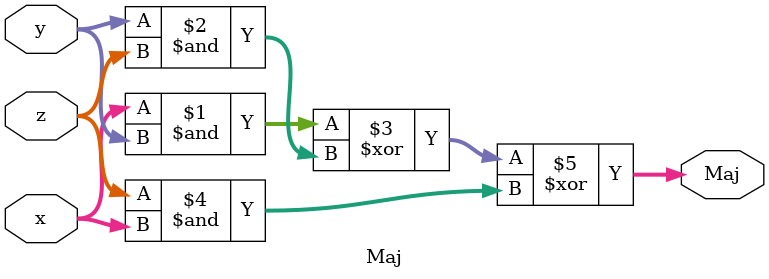
<source format=v>
module sha256_round (
    input [31:0] Kt, Wt,
    input [31:0] a_in, b_in, c_in, d_in, e_in, f_in, g_in, h_in,
    output [31:0] a_out, b_out, c_out, d_out, e_out, f_out, g_out, h_out
);
    wire [31:0] ch, maj_abc, s0, s1, t1, t2;
    Ch Ch0(.x(e_in), .y(f_in), .z(g_in), .Ch(ch));
    Maj Maj0(.x(a_in), .y(b_in), .z(c_in), .Maj(maj_abc));
    sha256_S0 s0_a(.x(a_in), .S0(s0));
    sha256_S1 s1_e(.x(e_in), .S1(s1));
    assign t1 = h_in + s1 + ch + Kt + Wt;
    assign t2 = s0 + maj_abc;
    assign a_out = t1 + t2;
    assign b_out = a_in;
    assign c_out = b_in;
    assign d_out = c_in;
    assign e_out = d_in + t1;
    assign f_out = e_in;
    assign g_out = f_in;
    assign h_out = g_in;
endmodule

// Σ₀(x)
module sha256_S0 (
    input wire [31:0] x,
    output wire [31:0] S0
);
    assign S0 = ({x[1:0], x[31:2]} ^ {x[12:0], x[31:13]} ^ {x[21:0], x[31:22]});
endmodule

// Σ₁(x)
module sha256_S1 (
    input wire [31:0] x,
    output wire [31:0] S1
);
    assign S1 = ({x[5:0], x[31:6]} ^ {x[10:0], x[31:11]} ^ {x[24:0], x[31:25]});
endmodule

// Ch(x,y,z)
module Ch (
    input wire [31:0] x, y, z,
    output wire [31:0] Ch
);
    assign Ch = ((x & y) ^ (~x & z));
endmodule

// Maj(x,y,z)
module Maj (
    input wire [31:0] x, y, z,
    output wire [31:0] Maj
);
    assign Maj = ((x & y) ^ (y & z) ^ (z & x));
endmodule
</source>
